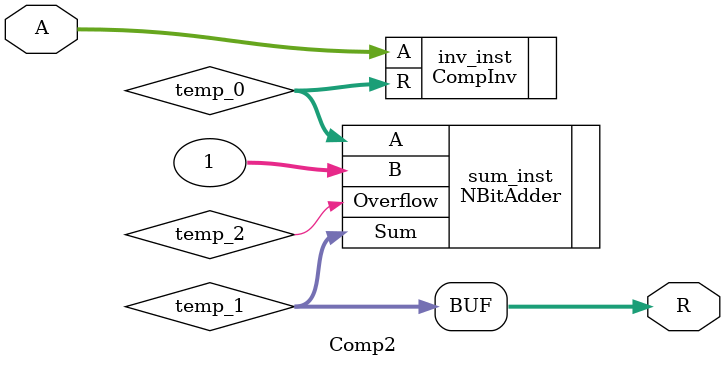
<source format=sv>
module Comp2 #(parameter N = 4) (input logic [N-1:0] A, output logic [N-1:0] R);

logic [N-1:0] temp_0;
logic [N-1:0] temp_1;
logic temp_2;

CompInv #(N) inv_inst (.A(A), .R(temp_0));

NBitAdder #(N) sum_inst (.A(temp_0) , .B(1), .Sum(temp_1), .Overflow(temp_2));

assign R = temp_1;

endmodule
</source>
